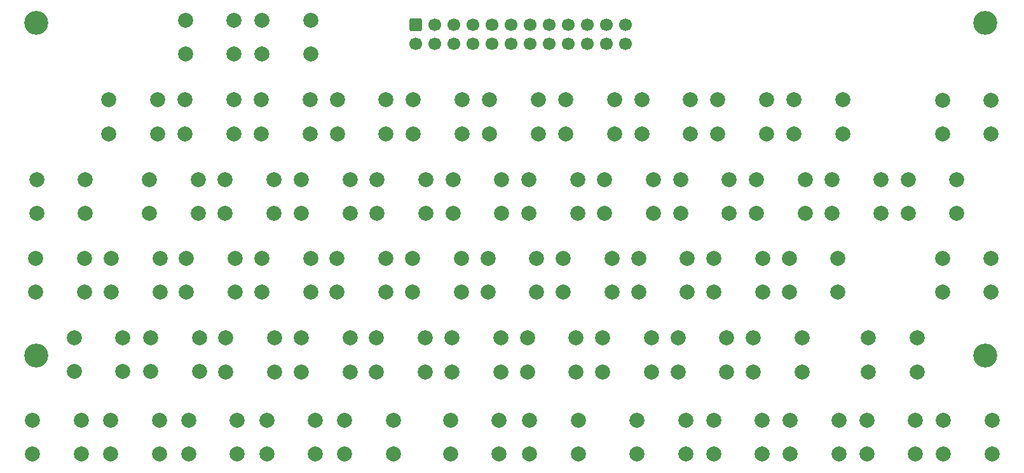
<source format=gbr>
%TF.GenerationSoftware,KiCad,Pcbnew,7.0.1*%
%TF.CreationDate,2023-09-25T23:55:44+03:00*%
%TF.ProjectId,keyboard_test,6b657962-6f61-4726-945f-746573742e6b,rev?*%
%TF.SameCoordinates,Original*%
%TF.FileFunction,Soldermask,Top*%
%TF.FilePolarity,Negative*%
%FSLAX46Y46*%
G04 Gerber Fmt 4.6, Leading zero omitted, Abs format (unit mm)*
G04 Created by KiCad (PCBNEW 7.0.1) date 2023-09-25 23:55:44*
%MOMM*%
%LPD*%
G01*
G04 APERTURE LIST*
G04 Aperture macros list*
%AMRoundRect*
0 Rectangle with rounded corners*
0 $1 Rounding radius*
0 $2 $3 $4 $5 $6 $7 $8 $9 X,Y pos of 4 corners*
0 Add a 4 corners polygon primitive as box body*
4,1,4,$2,$3,$4,$5,$6,$7,$8,$9,$2,$3,0*
0 Add four circle primitives for the rounded corners*
1,1,$1+$1,$2,$3*
1,1,$1+$1,$4,$5*
1,1,$1+$1,$6,$7*
1,1,$1+$1,$8,$9*
0 Add four rect primitives between the rounded corners*
20,1,$1+$1,$2,$3,$4,$5,0*
20,1,$1+$1,$4,$5,$6,$7,0*
20,1,$1+$1,$6,$7,$8,$9,0*
20,1,$1+$1,$8,$9,$2,$3,0*%
G04 Aperture macros list end*
%ADD10C,2.000000*%
%ADD11C,3.200000*%
%ADD12RoundRect,0.250000X-0.600000X0.600000X-0.600000X-0.600000X0.600000X-0.600000X0.600000X0.600000X0*%
%ADD13C,1.700000*%
G04 APERTURE END LIST*
D10*
%TO.C,SW21*%
X118395200Y-106432400D03*
X124895200Y-106432400D03*
X118395200Y-110932400D03*
X124895200Y-110932400D03*
%TD*%
%TO.C,SW59*%
X153308100Y-138577000D03*
X159808100Y-138577000D03*
X153308100Y-143077000D03*
X159808100Y-143077000D03*
%TD*%
%TO.C,SW33*%
X112877600Y-116962800D03*
X119377600Y-116962800D03*
X112877600Y-121462800D03*
X119377600Y-121462800D03*
%TD*%
%TO.C,SW60*%
X163512500Y-138577000D03*
X170012500Y-138577000D03*
X163512500Y-143077000D03*
X170012500Y-143077000D03*
%TD*%
%TO.C,SW2*%
X72758300Y-85202200D03*
X79258300Y-85202200D03*
X72758300Y-89702200D03*
X79258300Y-89702200D03*
%TD*%
%TO.C,SW23*%
X138604300Y-106432400D03*
X145104300Y-106432400D03*
X138604300Y-110932400D03*
X145104300Y-110932400D03*
%TD*%
%TO.C,SW25*%
X158813500Y-106432400D03*
X165313500Y-106432400D03*
X158813500Y-110932400D03*
X165313500Y-110932400D03*
%TD*%
%TO.C,SW46*%
X128168500Y-127580000D03*
X134668500Y-127580000D03*
X128168500Y-132080000D03*
X134668500Y-132080000D03*
%TD*%
%TO.C,SW29*%
X72736300Y-116962800D03*
X79236300Y-116962800D03*
X72736300Y-121462800D03*
X79236300Y-121462800D03*
%TD*%
%TO.C,SW32*%
X102842200Y-116962800D03*
X109342200Y-116962800D03*
X102842200Y-121462800D03*
X109342200Y-121462800D03*
%TD*%
%TO.C,SW17*%
X77976800Y-106432400D03*
X84476800Y-106432400D03*
X77976800Y-110932400D03*
X84476800Y-110932400D03*
%TD*%
%TO.C,SW49*%
X42175500Y-138577000D03*
X48675500Y-138577000D03*
X42175500Y-143077000D03*
X48675500Y-143077000D03*
%TD*%
%TO.C,SW37*%
X163385500Y-116962800D03*
X169885500Y-116962800D03*
X163385500Y-121462800D03*
X169885500Y-121462800D03*
%TD*%
%TO.C,SW13*%
X163385500Y-95910400D03*
X169885500Y-95910400D03*
X163385500Y-100410400D03*
X169885500Y-100410400D03*
%TD*%
%TO.C,SW39*%
X57948900Y-127554600D03*
X64448900Y-127554600D03*
X57948900Y-132054600D03*
X64448900Y-132054600D03*
%TD*%
%TO.C,SW19*%
X98186000Y-106432400D03*
X104686000Y-106432400D03*
X98186000Y-110932400D03*
X104686000Y-110932400D03*
%TD*%
%TO.C,SW28*%
X62701000Y-116962800D03*
X69201000Y-116962800D03*
X62701000Y-121462800D03*
X69201000Y-121462800D03*
%TD*%
%TO.C,SW24*%
X148708900Y-106432400D03*
X155208900Y-106432400D03*
X148708900Y-110932400D03*
X155208900Y-110932400D03*
%TD*%
%TO.C,SW9*%
X113202400Y-95830000D03*
X119702400Y-95830000D03*
X113202400Y-100330000D03*
X119702400Y-100330000D03*
%TD*%
%TO.C,SW34*%
X122912900Y-116962800D03*
X129412900Y-116962800D03*
X122912900Y-121462800D03*
X129412900Y-121462800D03*
%TD*%
%TO.C,SW6*%
X82781600Y-95830000D03*
X89281600Y-95830000D03*
X82781600Y-100330000D03*
X89281600Y-100330000D03*
%TD*%
%TO.C,SW12*%
X143623100Y-95830000D03*
X150123100Y-95830000D03*
X143623100Y-100330000D03*
X150123100Y-100330000D03*
%TD*%
%TO.C,SW22*%
X128499700Y-106432400D03*
X134999700Y-106432400D03*
X128499700Y-110932400D03*
X134999700Y-110932400D03*
%TD*%
%TO.C,SW45*%
X118130500Y-127580000D03*
X124630500Y-127580000D03*
X118130500Y-132080000D03*
X124630500Y-132080000D03*
%TD*%
%TO.C,SW57*%
X132899200Y-138577000D03*
X139399200Y-138577000D03*
X132899200Y-143077000D03*
X139399200Y-143077000D03*
%TD*%
%TO.C,SW58*%
X143103600Y-138577000D03*
X149603600Y-138577000D03*
X143103600Y-143077000D03*
X149603600Y-143077000D03*
%TD*%
%TO.C,SW41*%
X77978100Y-127580000D03*
X84478100Y-127580000D03*
X77978100Y-132080000D03*
X84478100Y-132080000D03*
%TD*%
%TO.C,SW51*%
X62978100Y-138577000D03*
X69478100Y-138577000D03*
X62978100Y-143077000D03*
X69478100Y-143077000D03*
%TD*%
%TO.C,SW36*%
X142983481Y-116962800D03*
X149483481Y-116962800D03*
X142983481Y-121462800D03*
X149483481Y-121462800D03*
%TD*%
%TO.C,SW48*%
X153527900Y-127580000D03*
X160027900Y-127580000D03*
X153527900Y-132080000D03*
X160027900Y-132080000D03*
%TD*%
%TO.C,SW10*%
X123342600Y-95830000D03*
X129842600Y-95830000D03*
X123342600Y-100330000D03*
X129842600Y-100330000D03*
%TD*%
%TO.C,SW4*%
X62501100Y-95830000D03*
X69001100Y-95830000D03*
X62501100Y-100330000D03*
X69001100Y-100330000D03*
%TD*%
%TO.C,SW31*%
X92806900Y-116962800D03*
X99306900Y-116962800D03*
X92806900Y-121462800D03*
X99306900Y-121462800D03*
%TD*%
%TO.C,SW5*%
X72641400Y-95830000D03*
X79141400Y-95830000D03*
X72641400Y-100330000D03*
X79141400Y-100330000D03*
%TD*%
%TO.C,SW1*%
X62547500Y-85202200D03*
X69047500Y-85202200D03*
X62547500Y-89702200D03*
X69047500Y-89702200D03*
%TD*%
%TO.C,SW7*%
X92921900Y-95830000D03*
X99421900Y-95830000D03*
X92921900Y-100330000D03*
X99421900Y-100330000D03*
%TD*%
%TO.C,SW53*%
X83780700Y-138577000D03*
X90280700Y-138577000D03*
X83780700Y-143077000D03*
X90280700Y-143077000D03*
%TD*%
D11*
%TO.C,H2*%
X42707700Y-129906200D03*
%TD*%
%TO.C,H1*%
X42707700Y-85557800D03*
%TD*%
D10*
%TO.C,SW56*%
X122694700Y-138577000D03*
X129194700Y-138577000D03*
X122694700Y-143077000D03*
X129194700Y-143077000D03*
%TD*%
%TO.C,SW16*%
X67872300Y-106432400D03*
X74372300Y-106432400D03*
X67872300Y-110932400D03*
X74372300Y-110932400D03*
%TD*%
%TO.C,SW40*%
X67940100Y-127580000D03*
X74440100Y-127580000D03*
X67940100Y-132080000D03*
X74440100Y-132080000D03*
%TD*%
%TO.C,SW18*%
X88081400Y-106432400D03*
X94581400Y-106432400D03*
X88081400Y-110932400D03*
X94581400Y-110932400D03*
%TD*%
%TO.C,SW42*%
X88016200Y-127580000D03*
X94516200Y-127580000D03*
X88016200Y-132080000D03*
X94516200Y-132080000D03*
%TD*%
%TO.C,SW54*%
X97852300Y-138577000D03*
X104352300Y-138577000D03*
X97852300Y-143077000D03*
X104352300Y-143077000D03*
%TD*%
D11*
%TO.C,H4*%
X169072700Y-129906200D03*
%TD*%
D10*
%TO.C,SW52*%
X73379400Y-138577000D03*
X79879400Y-138577000D03*
X73379400Y-143077000D03*
X79879400Y-143077000D03*
%TD*%
%TO.C,SW43*%
X98054300Y-127580000D03*
X104554300Y-127580000D03*
X98054300Y-132080000D03*
X104554300Y-132080000D03*
%TD*%
%TO.C,SW27*%
X52665700Y-116962800D03*
X59165700Y-116962800D03*
X52665700Y-121462800D03*
X59165700Y-121462800D03*
%TD*%
%TO.C,SW26*%
X42604900Y-116962800D03*
X49104900Y-116962800D03*
X42604900Y-121462800D03*
X49104900Y-121462800D03*
%TD*%
%TO.C,SW44*%
X108092400Y-127580000D03*
X114592400Y-127580000D03*
X108092400Y-132080000D03*
X114592400Y-132080000D03*
%TD*%
%TO.C,SW47*%
X138206600Y-127580000D03*
X144706600Y-127580000D03*
X138206600Y-132080000D03*
X144706600Y-132080000D03*
%TD*%
%TO.C,SW15*%
X57767700Y-106432400D03*
X64267700Y-106432400D03*
X57767700Y-110932400D03*
X64267700Y-110932400D03*
%TD*%
%TO.C,SW35*%
X132948200Y-116962800D03*
X139448200Y-116962800D03*
X132948200Y-121462800D03*
X139448200Y-121462800D03*
%TD*%
%TO.C,SW55*%
X108418700Y-138577000D03*
X114918700Y-138577000D03*
X108418700Y-143077000D03*
X114918700Y-143077000D03*
%TD*%
%TO.C,SW3*%
X52360900Y-95830000D03*
X58860900Y-95830000D03*
X52360900Y-100330000D03*
X58860900Y-100330000D03*
%TD*%
%TO.C,SW11*%
X133482900Y-95830000D03*
X139982900Y-95830000D03*
X133482900Y-100330000D03*
X139982900Y-100330000D03*
%TD*%
D11*
%TO.C,H3*%
X169072700Y-85557800D03*
%TD*%
D10*
%TO.C,SW38*%
X47739300Y-127565200D03*
X54239300Y-127565200D03*
X47739300Y-132065200D03*
X54239300Y-132065200D03*
%TD*%
%TO.C,SW30*%
X82771600Y-116962800D03*
X89271600Y-116962800D03*
X82771600Y-121462800D03*
X89271600Y-121462800D03*
%TD*%
%TO.C,SW50*%
X52576800Y-138577000D03*
X59076800Y-138577000D03*
X52576800Y-143077000D03*
X59076800Y-143077000D03*
%TD*%
%TO.C,SW14*%
X42735500Y-106432400D03*
X49235500Y-106432400D03*
X42735500Y-110932400D03*
X49235500Y-110932400D03*
%TD*%
%TO.C,SW8*%
X103062100Y-95830000D03*
X109562100Y-95830000D03*
X103062100Y-100330000D03*
X109562100Y-100330000D03*
%TD*%
%TO.C,SW20*%
X108290600Y-106432400D03*
X114790600Y-106432400D03*
X108290600Y-110932400D03*
X114790600Y-110932400D03*
%TD*%
D12*
%TO.C,J1*%
X93202900Y-85786400D03*
D13*
X93202900Y-88326400D03*
X95742900Y-85786400D03*
X95742900Y-88326400D03*
X98282900Y-85786400D03*
X98282900Y-88326400D03*
X100822900Y-85786400D03*
X100822900Y-88326400D03*
X103362900Y-85786400D03*
X103362900Y-88326400D03*
X105902900Y-85786400D03*
X105902900Y-88326400D03*
X108442900Y-85786400D03*
X108442900Y-88326400D03*
X110982900Y-85786400D03*
X110982900Y-88326400D03*
X113522900Y-85786400D03*
X113522900Y-88326400D03*
X116062900Y-85786400D03*
X116062900Y-88326400D03*
X118602900Y-85786400D03*
X118602900Y-88326400D03*
X121142900Y-85786400D03*
X121142900Y-88326400D03*
%TD*%
M02*

</source>
